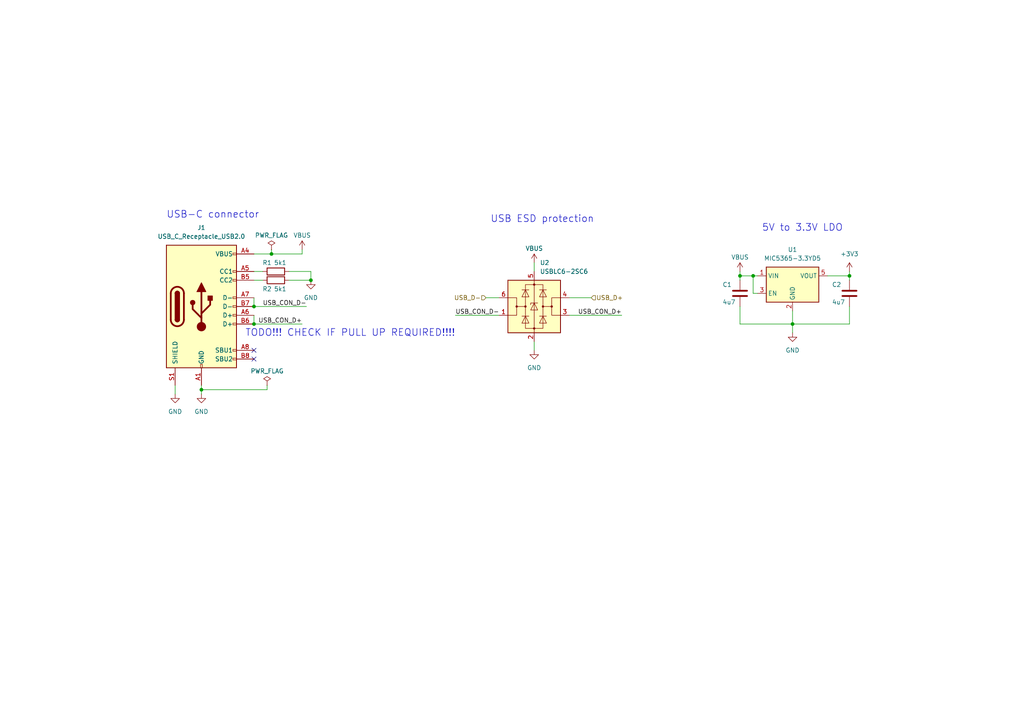
<source format=kicad_sch>
(kicad_sch (version 20230121) (generator eeschema)
  (paper "A4")
  (lib_symbols
    (symbol "Connector:USB_C_Receptacle_USB2.0" (pin_names (offset 1.016))
      (property "Reference" "J" (at -10.16 19.05 0))
      (property "Value" "USB_C_Receptacle_USB2.0" (at 19.05 19.05 0))
      (symbol "USB_C_Receptacle_USB2.0_0_0"
        (rectangle (start -0.254 -17.78) (end 0.254 -16.764))
        (rectangle (start 10.16 -14.986) (end 9.144 -15.494))
        (rectangle (start 10.16 -12.446) (end 9.144 -12.954))
        (rectangle (start 10.16 -4.826) (end 9.144 -5.334))
        (rectangle (start 10.16 -2.286) (end 9.144 -2.794))
        (rectangle (start 10.16 0.254) (end 9.144 -0.254))
        (rectangle (start 10.16 2.794) (end 9.144 2.286))
        (rectangle (start 10.16 7.874) (end 9.144 7.366))
        (rectangle (start 10.16 10.414) (end 9.144 9.906))
        (rectangle (start 10.16 15.494) (end 9.144 14.986))
      )
      (symbol "USB_C_Receptacle_USB2.0_0_1"
        (rectangle (start -10.16 17.78) (end 10.16 -17.78) (stroke (width 0.254)) (fill (type background)))
        (arc (start -8.89 -3.81) (mid -6.985 -5.7067) (end -5.08 -3.81) (stroke (width 0.508)))
        (arc (start -7.62 -3.81) (mid -6.985 -4.4423) (end -6.35 -3.81) (stroke (width 0.254)))
        (arc (start -7.62 -3.81) (mid -6.985 -4.4423) (end -6.35 -3.81) (stroke (width 0.254)) (fill (type outline)))
        (rectangle (start -7.62 -3.81) (end -6.35 3.81) (stroke (width 0.254)) (fill (type outline)))
        (arc (start -6.35 3.81) (mid -6.985 4.4423) (end -7.62 3.81) (stroke (width 0.254)))
        (arc (start -6.35 3.81) (mid -6.985 4.4423) (end -7.62 3.81) (stroke (width 0.254)) (fill (type outline)))
        (arc (start -5.08 3.81) (mid -6.985 5.7067) (end -8.89 3.81) (stroke (width 0.508)))
        (circle (center -2.54 1.143) (radius 0.635) (stroke (width 0.254)) (fill (type outline)))
        (circle (center 0 -5.842) (radius 1.27) (fill (type outline)))
        (polyline (pts (xy -8.89 -3.81) (xy -8.89 3.81)) (stroke (width 0.508)))
        (polyline (pts (xy -5.08 3.81) (xy -5.08 -3.81)) (stroke (width 0.508)))
        (polyline (pts (xy 0 -5.842) (xy 0 4.318)) (stroke (width 0.508)))
        (polyline (pts (xy 0 -3.302) (xy -2.54 -0.762) (xy -2.54 0.508)) (stroke (width 0.508)))
        (polyline (pts (xy 0 -2.032) (xy 2.54 0.508) (xy 2.54 1.778)) (stroke (width 0.508)))
        (polyline (pts (xy -1.27 4.318) (xy 0 6.858) (xy 1.27 4.318) (xy -1.27 4.318)) (stroke (width 0.254)) (fill (type outline)))
        (rectangle (start 1.905 1.778) (end 3.175 3.048) (stroke (width 0.254)) (fill (type outline)))
      )
      (symbol "USB_C_Receptacle_USB2.0_1_1"
        (pin passive line (at 0 -22.86 90) (length 5.08) (name "GND") (number "A1"))
        (pin passive line (at 0 -22.86 90) (length 5.08) hide (name "GND") (number "A12"))
        (pin passive line (at 15.24 15.24 180) (length 5.08) (name "VBUS") (number "A4"))
        (pin bidirectional line (at 15.24 10.16 180) (length 5.08) (name "CC1") (number "A5"))
        (pin bidirectional line (at 15.24 -2.54 180) (length 5.08) (name "D+") (number "A6"))
        (pin bidirectional line (at 15.24 2.54 180) (length 5.08) (name "D-") (number "A7"))
        (pin bidirectional line (at 15.24 -12.7 180) (length 5.08) (name "SBU1") (number "A8"))
        (pin passive line (at 15.24 15.24 180) (length 5.08) hide (name "VBUS") (number "A9"))
        (pin passive line (at 0 -22.86 90) (length 5.08) hide (name "GND") (number "B1"))
        (pin passive line (at 0 -22.86 90) (length 5.08) hide (name "GND") (number "B12"))
        (pin passive line (at 15.24 15.24 180) (length 5.08) hide (name "VBUS") (number "B4"))
        (pin bidirectional line (at 15.24 7.62 180) (length 5.08) (name "CC2") (number "B5"))
        (pin bidirectional line (at 15.24 -5.08 180) (length 5.08) (name "D+") (number "B6"))
        (pin bidirectional line (at 15.24 0 180) (length 5.08) (name "D-") (number "B7"))
        (pin bidirectional line (at 15.24 -15.24 180) (length 5.08) (name "SBU2") (number "B8"))
        (pin passive line (at 15.24 15.24 180) (length 5.08) hide (name "VBUS") (number "B9"))
        (pin passive line (at -7.62 -22.86 90) (length 5.08) (name "SHIELD") (number "S1"))
      )
    )
    (symbol "Device:C" (pin_numbers hide) (pin_names (offset 0.254))
      (property "Reference" "C" (at 0.635 2.54 0))
      (property "Value" "C" (at 0.635 -2.54 0))
      (symbol "C_0_1"
        (polyline (pts (xy -2.032 -0.762) (xy 2.032 -0.762)) (stroke (width 0.508)))
        (polyline (pts (xy -2.032 0.762) (xy 2.032 0.762)) (stroke (width 0.508)))
      )
      (symbol "C_1_1"
        (pin passive line (at 0 3.81 270) (length 2.794) (name "~") (number "1"))
        (pin passive line (at 0 -3.81 90) (length 2.794) (name "~") (number "2"))
      )
    )
    (symbol "Device:R" (pin_numbers hide) (pin_names (offset 0))
      (property "Reference" "R" (at 2.032 0 90))
      (property "Value" "R" (at 0 0 90))
      (symbol "R_0_1"
        (rectangle (start -1.016 -2.54) (end 1.016 2.54) (stroke (width 0.254)))
      )
      (symbol "R_1_1"
        (pin passive line (at 0 3.81 270) (length 1.27) (name "~") (number "1"))
        (pin passive line (at 0 -3.81 90) (length 1.27) (name "~") (number "2"))
      )
    )
    (symbol "Power_Protection:USBLC6-2SC6" (pin_names hide)
      (property "Reference" "U" (at 2.54 8.89 0))
      (property "Value" "USBLC6-2SC6" (at 2.54 -8.89 0))
      (symbol "USBLC6-2SC6_0_1"
        (rectangle (start -7.62 -7.62) (end 7.62 7.62) (stroke (width 0.254)) (fill (type background)))
        (circle (center -5.08 0) (radius 0.254) (fill (type outline)))
        (circle (center -2.54 0) (radius 0.254) (fill (type outline)))
        (rectangle (start -2.54 6.35) (end 2.54 -6.35))
        (circle (center 0 -6.35) (radius 0.254) (fill (type outline)))
        (polyline (pts (xy -5.08 -2.54) (xy -7.62 -2.54)))
        (polyline (pts (xy -5.08 0) (xy -5.08 -2.54)))
        (polyline (pts (xy -5.08 2.54) (xy -7.62 2.54)))
        (polyline (pts (xy -1.524 -2.794) (xy -3.556 -2.794)))
        (polyline (pts (xy -1.524 4.826) (xy -3.556 4.826)))
        (polyline (pts (xy 0 -7.62) (xy 0 -6.35)))
        (polyline (pts (xy 0 -6.35) (xy 0 1.27)))
        (polyline (pts (xy 0 1.27) (xy 0 6.35)))
        (polyline (pts (xy 0 6.35) (xy 0 7.62)))
        (polyline (pts (xy 1.524 -2.794) (xy 3.556 -2.794)))
        (polyline (pts (xy 1.524 4.826) (xy 3.556 4.826)))
        (polyline (pts (xy 5.08 -2.54) (xy 7.62 -2.54)))
        (polyline (pts (xy 5.08 0) (xy 5.08 -2.54)))
        (polyline (pts (xy 5.08 2.54) (xy 7.62 2.54)))
        (polyline (pts (xy -2.54 0) (xy -5.08 0) (xy -5.08 2.54)))
        (polyline (pts (xy 2.54 0) (xy 5.08 0) (xy 5.08 2.54)))
        (polyline (pts (xy -3.556 -4.826) (xy -1.524 -4.826) (xy -2.54 -2.794) (xy -3.556 -4.826)))
        (polyline (pts (xy -3.556 2.794) (xy -1.524 2.794) (xy -2.54 4.826) (xy -3.556 2.794)))
        (polyline (pts (xy -1.016 -1.016) (xy 1.016 -1.016) (xy 0 1.016) (xy -1.016 -1.016)))
        (polyline (pts (xy 1.016 1.016) (xy 0.762 1.016) (xy -1.016 1.016) (xy -1.016 0.508)))
        (polyline (pts (xy 3.556 -4.826) (xy 1.524 -4.826) (xy 2.54 -2.794) (xy 3.556 -4.826)))
        (polyline (pts (xy 3.556 2.794) (xy 1.524 2.794) (xy 2.54 4.826) (xy 3.556 2.794)))
        (circle (center 0 6.35) (radius 0.254) (fill (type outline)))
        (circle (center 2.54 0) (radius 0.254) (fill (type outline)))
        (circle (center 5.08 0) (radius 0.254) (fill (type outline)))
      )
      (symbol "USBLC6-2SC6_1_1"
        (pin passive line (at -10.16 -2.54 0) (length 2.54) (name "I/O1") (number "1"))
        (pin passive line (at 0 -10.16 90) (length 2.54) (name "GND") (number "2"))
        (pin passive line (at 10.16 -2.54 180) (length 2.54) (name "I/O2") (number "3"))
        (pin passive line (at 10.16 2.54 180) (length 2.54) (name "I/O2") (number "4"))
        (pin passive line (at 0 10.16 270) (length 2.54) (name "VBUS") (number "5"))
        (pin passive line (at -10.16 2.54 0) (length 2.54) (name "I/O1") (number "6"))
      )
    )
    (symbol "Regulator_Linear:MIC5365-3.3YD5"
      (property "Reference" "U" (at -7.62 6.35 0))
      (property "Value" "MIC5365-3.3YD5" (at 0 6.35 0))
      (symbol "MIC5365-3.3YD5_0_1"
        (rectangle (start -7.62 -5.08) (end 7.62 5.08) (stroke (width 0.254)) (fill (type background)))
      )
      (symbol "MIC5365-3.3YD5_1_1"
        (pin power_in line (at -10.16 2.54 0) (length 2.54) (name "VIN") (number "1"))
        (pin power_in line (at 0 -7.62 90) (length 2.54) (name "GND") (number "2"))
        (pin input line (at -10.16 -2.54 0) (length 2.54) (name "EN") (number "3"))
        (pin no_connect line (at 7.62 -2.54 180) (length 2.54) hide (name "NC") (number "4"))
        (pin power_out line (at 10.16 2.54 180) (length 2.54) (name "VOUT") (number "5"))
      )
    )
    (symbol "power:+3V3" (power) (pin_names (offset 0))
      (property "Value" "+3V3" (at 0 3.556 0))
      (symbol "+3V3_0_1"
        (polyline (pts (xy -0.762 1.27) (xy 0 2.54)))
        (polyline (pts (xy 0 0) (xy 0 2.54)))
        (polyline (pts (xy 0 2.54) (xy 0.762 1.27)))
      )
      (symbol "+3V3_1_1"
        (pin power_in line (at 0 0 90) (length 0) hide (name "+3V3") (number "1"))
      )
    )
    (symbol "power:GND" (power) (pin_names (offset 0))
      (property "Value" "GND" (at 0 -3.81 0))
      (symbol "GND_0_1"
        (polyline (pts (xy 0 0) (xy 0 -1.27) (xy 1.27 -1.27) (xy 0 -2.54) (xy -1.27 -1.27) (xy 0 -1.27)))
      )
      (symbol "GND_1_1"
        (pin power_in line (at 0 0 270) (length 0) hide (name "GND") (number "1"))
      )
    )
    (symbol "power:PWR_FLAG" (power) (pin_numbers hide) (pin_names (offset 0) hide)
      (property "Value" "PWR_FLAG" (at 0 3.81 0))
      (symbol "PWR_FLAG_0_0"
        (pin power_out line (at 0 0 90) (length 0) (name "pwr") (number "1"))
      )
      (symbol "PWR_FLAG_0_1"
        (polyline (pts (xy 0 0) (xy 0 1.27) (xy -1.016 1.905) (xy 0 2.54) (xy 1.016 1.905) (xy 0 1.27)))
      )
    )
    (symbol "power:VBUS" (power) (pin_names (offset 0))
      (property "Value" "VBUS" (at 0 3.81 0))
      (symbol "VBUS_0_1"
        (polyline (pts (xy -0.762 1.27) (xy 0 2.54)))
        (polyline (pts (xy 0 0) (xy 0 2.54)))
        (polyline (pts (xy 0 2.54) (xy 0.762 1.27)))
      )
      (symbol "VBUS_1_1"
        (pin power_in line (at 0 0 90) (length 0) hide (name "VBUS") (number "1"))
      )
    )
  )
  (junction (at 90.17 81.28))
  (junction (at 73.66 93.98))
  (junction (at 218.44 80.01))
  (junction (at 229.87 93.98))
  (junction (at 73.66 88.9))
  (junction (at 78.74 73.66))
  (junction (at 246.38 80.01))
  (junction (at 58.42 113.03))
  (junction (at 214.63 80.01))
  (no_connect (at 73.66 104.14))
  (no_connect (at 73.66 101.6))
  (wire (pts (xy 73.66 73.66) (xy 78.74 73.66)))
  (wire (pts (xy 214.63 93.98) (xy 229.87 93.98)))
  (wire (pts (xy 58.42 113.03) (xy 58.42 114.3)))
  (wire (pts (xy 246.38 78.74) (xy 246.38 80.01)))
  (wire (pts (xy 73.66 88.9) (xy 88.9 88.9)))
  (wire (pts (xy 58.42 111.76) (xy 58.42 113.03)))
  (wire (pts (xy 83.82 78.74) (xy 90.17 78.74)))
  (wire (pts (xy 214.63 78.74) (xy 214.63 80.01)))
  (wire (pts (xy 214.63 80.01) (xy 218.44 80.01)))
  (wire (pts (xy 73.66 78.74) (xy 76.2 78.74)))
  (wire (pts (xy 218.44 80.01) (xy 219.71 80.01)))
  (wire (pts (xy 246.38 88.9) (xy 246.38 93.98)))
  (wire (pts (xy 73.66 93.98) (xy 87.63 93.98)))
  (wire (pts (xy 73.66 86.36) (xy 73.66 88.9)))
  (wire (pts (xy 78.74 72.39) (xy 78.74 73.66)))
  (wire (pts (xy 240.03 80.01) (xy 246.38 80.01)))
  (wire (pts (xy 246.38 80.01) (xy 246.38 81.28)))
  (wire (pts (xy 154.94 76.2) (xy 154.94 78.74)))
  (wire (pts (xy 229.87 90.17) (xy 229.87 93.98)))
  (wire (pts (xy 214.63 80.01) (xy 214.63 81.28)))
  (wire (pts (xy 73.66 91.44) (xy 73.66 93.98)))
  (wire (pts (xy 229.87 96.52) (xy 229.87 93.98)))
  (wire (pts (xy 132.08 91.44) (xy 144.78 91.44)))
  (wire (pts (xy 140.97 86.36) (xy 144.78 86.36)))
  (wire (pts (xy 90.17 78.74) (xy 90.17 81.28)))
  (wire (pts (xy 218.44 80.01) (xy 218.44 85.09)))
  (wire (pts (xy 154.94 99.06) (xy 154.94 101.6)))
  (wire (pts (xy 214.63 88.9) (xy 214.63 93.98)))
  (wire (pts (xy 77.47 111.76) (xy 77.47 113.03)))
  (wire (pts (xy 78.74 73.66) (xy 87.63 73.66)))
  (wire (pts (xy 83.82 81.28) (xy 90.17 81.28)))
  (wire (pts (xy 50.8 111.76) (xy 50.8 114.3)))
  (wire (pts (xy 165.1 86.36) (xy 171.45 86.36)))
  (wire (pts (xy 77.47 113.03) (xy 58.42 113.03)))
  (wire (pts (xy 219.71 85.09) (xy 218.44 85.09)))
  (wire (pts (xy 165.1 91.44) (xy 180.34 91.44)))
  (wire (pts (xy 87.63 72.39) (xy 87.63 73.66)))
  (wire (pts (xy 229.87 93.98) (xy 246.38 93.98)))
  (wire (pts (xy 73.66 81.28) (xy 76.2 81.28)))
  (text "5V to 3.3V LDO" (at 220.98 67.31 0) (effects (font (size 2 2)) (justify left bottom)))
  (text "TODO!!! CHECK IF PULL UP REQUIRED!!!!" (at 71.12 97.79 0) (effects (font (size 2 2)) (justify left bottom)))
  (text "USB ESD protection" (at 142.24 64.77 0) (effects (font (size 2 2)) (justify left bottom)))
  (text "USB-C connector" (at 48.26 63.5 0) (effects (font (size 2 2)) (justify left bottom)))
  (label "USB_CON_D+" (at 87.63 93.98 180))
  (label "USB_CON_D-" (at 88.9 88.9 180))
  (label "USB_CON_D+" (at 180.34 91.44 180))
  (label "USB_CON_D-" (at 132.08 91.44 0))
  (hierarchical_label "USB_D+" (shape input) (at 171.45 86.36 0))
  (hierarchical_label "USB_D-" (shape input) (at 140.97 86.36 180))
  (symbol (lib_id "Regulator_Linear:MIC5365-3.3YD5") (at 229.87 82.55 0) (unit 1)
    (property "Reference" "U1" (at 229.87 72.39 0))
    (property "Value" "MIC5365-3.3YD5" (at 229.87 74.93 0))
    (property "Footprint" "Package_TO_SOT_SMD:SOT-23-5" (effects hide))
    (property "Datasheet" "https://www.lcsc.com/datasheet/lcsc_datasheet_1810151811_Texas-Instruments-TPS70933DBVR_C89347.pdf" (effects hide))
    (property "Manufracturer" "Texas Instruments" (effects hide))
    (property "Manufracturer Part Number" "TPS70933DBVR" (effects hide))
    (property "JLCPCB Part" "C89347" (effects hide))
    (instances (project "111VU" (path "" (reference "U1") (unit 1))) (project "PedestalConnectBox" (path "" (reference "U4") (unit 1))))
  )
  (symbol (lib_id "power:+3V3") (at 246.38 78.74 0) (unit 1)
    (property "Reference" "#PWR09" (effects hide))
    (property "Value" "+3V3" (at 246.38 73.66 0))
    (instances (project "111VU" (path "" (reference "#PWR09") (unit 1))) (project "PedestalConnectBox" (path "" (reference "#PWR010") (unit 1)) (path "" (reference "#PWR010") (unit 1))))
  )
  (symbol (lib_id "Power_Protection:USBLC6-2SC6") (at 154.94 88.9 0) (unit 1)
    (property "Reference" "U2" (at 156.5911 76.2 0) (effects (justify left)))
    (property "Value" "USBLC6-2SC6" (at 156.5911 78.74 0) (effects (justify left)))
    (property "Footprint" "Package_TO_SOT_SMD:SOT-23-6" (effects hide))
    (property "Datasheet" "https://www.st.com/resource/en/datasheet/usblc6-2.pdf" (effects hide))
    (property "JLCPCB Part" "C7519" (effects hide))
    (property "Manufracturer" "STMicroelectronics" (effects hide))
    (property "Manufracturer Part Number" "USBLC6-2SC6" (effects hide))
  )
  (symbol (lib_id "Device:C") (at 214.63 85.09 0) (unit 1)
    (property "Reference" "C1" (at 209.55 82.55 0) (effects (justify left)))
    (property "Value" "4u7" (at 209.55 87.63 0) (effects (justify left)))
    (property "Footprint" "Capacitor_SMD:C_0805_2012Metric" (effects hide))
    (property "Datasheet" "https://datasheet.lcsc.com/lcsc/2304140030_Samsung-Electro-Mechanics-CL21A475KAQNNNE_C1779.pdf" (effects hide))
    (property "Manufracturer" "Samsung Electro-Mechanics" (effects hide))
    (property "Manufracturer Part Number" "CL21A475KAQNNNE" (effects hide))
    (property "JLCPCB Part" "C1779" (effects hide))
  )
  (symbol (lib_id "Device:R") (at 80.01 81.28 90) (unit 1)
    (property "Reference" "R2" (at 77.47 83.82 90))
    (property "Value" "5k1" (at 81.28 83.82 90))
    (property "Footprint" "Resistor_SMD:R_0603_1608Metric" (effects hide))
    (property "Datasheet" "https://www.lcsc.com/datasheet/lcsc_datasheet_2206010116_UNI-ROYAL-Uniroyal-Elec-0603WAF5101T5E_C23186.pdf" (effects hide))
    (property "Manufracturer" "UNI-ROYAL(Uniroyal Elec)" (effects hide))
    (property "Manufracturer Part Number" "0603WAF5101T5E" (effects hide))
    (property "JLCPCB Part" "C23186" (effects hide))
  )
  (symbol (lib_id "power:GND") (at 50.8 114.3 0) (unit 1)
    (property "Reference" "#PWR01" (effects hide))
    (property "Value" "GND" (at 50.8 119.38 0))
    (instances (project "111VU" (path "" (reference "#PWR01") (unit 1))) (project "PedestalConnectBox" (path "" (reference "#PWR02") (unit 1)) (path "" (reference "#PWR02") (unit 1))))
  )
  (symbol (lib_id "power:PWR_FLAG") (at 78.74 72.39 0) (unit 1)
    (property "Reference" "#FLG02" (effects hide))
    (property "Value" "PWR_FLAG" (at 78.74 68.2569 0))
  )
  (symbol (lib_id "power:GND") (at 90.17 81.28 0) (unit 1)
    (property "Reference" "#PWR08" (effects hide))
    (property "Value" "GND" (at 90.17 86.36 0))
    (instances (project "111VU" (path "" (reference "#PWR08") (unit 1))) (project "PedestalConnectBox" (path "" (reference "#PWR07") (unit 1)) (path "" (reference "#PWR07") (unit 1))))
  )
  (symbol (lib_id "power:GND") (at 58.42 114.3 0) (unit 1)
    (property "Reference" "#PWR03" (effects hide))
    (property "Value" "GND" (at 58.42 119.38 0))
    (instances (project "111VU" (path "" (reference "#PWR03") (unit 1))) (project "PedestalConnectBox" (path "" (reference "#PWR04") (unit 1)) (path "" (reference "#PWR04") (unit 1))))
  )
  (symbol (lib_id "power:VBUS") (at 87.63 72.39 0) (unit 1)
    (property "Reference" "#PWR07" (effects hide))
    (property "Value" "VBUS" (at 87.63 68.2569 0))
    (instances (project "111VU" (path "" (reference "#PWR07") (unit 1))) (project "PedestalConnectBox" (path "" (reference "#PWR06") (unit 1)) (path "" (reference "#PWR06") (unit 1))))
  )
  (symbol (lib_id "Device:C") (at 246.38 85.09 0) (unit 1)
    (property "Reference" "C2" (at 241.3 82.55 0) (effects (justify left)))
    (property "Value" "4u7" (at 241.3 87.63 0) (effects (justify left)))
    (property "Footprint" "Capacitor_SMD:C_0805_2012Metric" (effects hide))
    (property "Datasheet" "https://datasheet.lcsc.com/lcsc/2304140030_Samsung-Electro-Mechanics-CL21A475KAQNNNE_C1779.pdf" (effects hide))
    (property "Manufracturer" "Samsung Electro-Mechanics" (effects hide))
    (property "Manufracturer Part Number" "CL21A475KAQNNNE" (effects hide))
    (property "JLCPCB Part" "C1779" (effects hide))
  )
  (symbol (lib_id "power:PWR_FLAG") (at 77.47 111.76 0) (unit 1)
    (property "Reference" "#FLG01" (effects hide))
    (property "Value" "PWR_FLAG" (at 77.47 107.6269 0))
  )
  (symbol (lib_id "power:GND") (at 154.94 101.6 0) (unit 1)
    (property "Reference" "#PWR03" (effects hide))
    (property "Value" "GND" (at 154.94 106.68 0))
    (instances (project "111VU" (path "" (reference "#PWR03") (unit 1))) (project "PedestalConnectBox" (path "" (reference "#PWR015") (unit 1)) (path "" (reference "#PWR016") (unit 1))))
  )
  (symbol (lib_id "power:GND") (at 229.87 96.52 0) (unit 1)
    (property "Reference" "#PWR06" (effects hide))
    (property "Value" "GND" (at 229.87 101.6 0))
    (instances (project "111VU" (path "" (reference "#PWR06") (unit 1))) (project "PedestalConnectBox" (path "" (reference "#PWR09") (unit 1)) (path "" (reference "#PWR09") (unit 1))))
  )
  (symbol (lib_id "power:VBUS") (at 214.63 78.74 0) (unit 1)
    (property "Reference" "#PWR05" (effects hide))
    (property "Value" "VBUS" (at 214.63 74.6069 0))
    (instances (project "111VU" (path "" (reference "#PWR05") (unit 1))) (project "PedestalConnectBox" (path "" (reference "#PWR08") (unit 1)) (path "" (reference "#PWR08") (unit 1))))
  )
  (symbol (lib_id "Connector:USB_C_Receptacle_USB2.0") (at 58.42 88.9 0) (unit 1)
    (property "Reference" "J1" (at 58.42 66.04 0))
    (property "Value" "USB_C_Receptacle_USB2.0" (at 58.42 68.58 0))
    (property "Footprint" "NiasStuff:USB_C_Receptacle_G-Switch_GT-USB-7010ASV" (effects hide))
    (property "Datasheet" "https://www.usb.org/sites/default/files/documents/usb_type-c.zip" (effects hide))
    (property "Manufracturer" "G-Switch" (effects hide))
    (property "Manufracturer Part Number" "GT-USB-7010C" (effects hide))
    (property "JLCPCB Part" "C2843967" (effects hide))
  )
  (symbol (lib_id "power:VBUS") (at 154.94 76.2 0) (unit 1)
    (property "Reference" "#PWR07" (effects hide))
    (property "Value" "VBUS" (at 154.94 72.0669 0))
    (instances (project "111VU" (path "" (reference "#PWR07") (unit 1))) (project "PedestalConnectBox" (path "" (reference "#PWR016") (unit 1)) (path "" (reference "#PWR015") (unit 1))))
  )
  (symbol (lib_id "Device:R") (at 80.01 78.74 90) (unit 1)
    (property "Reference" "R1" (at 77.47 76.2 90))
    (property "Value" "5k1" (at 81.28 76.2 90))
    (property "Footprint" "Resistor_SMD:R_0603_1608Metric" (effects hide))
    (property "Datasheet" "https://www.lcsc.com/datasheet/lcsc_datasheet_2206010116_UNI-ROYAL-Uniroyal-Elec-0603WAF5101T5E_C23186.pdf" (effects hide))
    (property "Manufracturer" "UNI-ROYAL(Uniroyal Elec)" (effects hide))
    (property "Manufracturer Part Number" "0603WAF5101T5E" (effects hide))
    (property "JLCPCB Part" "C23186" (effects hide))
  )
)
</source>
